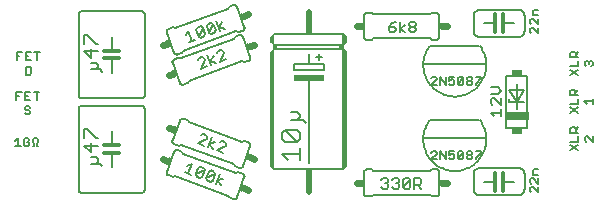
<source format=gto>
G75*
G70*
%OFA0B0*%
%FSLAX24Y24*%
%IPPOS*%
%LPD*%
%AMOC8*
5,1,8,0,0,1.08239X$1,22.5*
%
%ADD10C,0.0050*%
%ADD11C,0.0240*%
%ADD12C,0.0060*%
%ADD13R,0.0100X0.0240*%
%ADD14C,0.0120*%
%ADD15C,0.0200*%
%ADD16R,0.1000X0.0200*%
%ADD17R,0.0200X0.0300*%
%ADD18C,0.0070*%
%ADD19R,0.0787X0.0300*%
%ADD20R,0.0320X0.0220*%
D10*
X003262Y001560D02*
X003337Y001485D01*
X003262Y001560D02*
X003111Y001560D01*
X003186Y001635D01*
X003186Y001710D01*
X003111Y001785D01*
X002961Y001785D01*
X002961Y001945D02*
X002961Y002245D01*
X002736Y002170D02*
X002961Y001945D01*
X003186Y002170D02*
X002736Y002170D01*
X002736Y002405D02*
X002736Y002706D01*
X002811Y002706D01*
X003111Y002405D01*
X003186Y002405D01*
X001201Y002369D02*
X001201Y002279D01*
X001156Y002234D01*
X001156Y002144D01*
X001201Y002144D01*
X001066Y002144D02*
X001066Y002234D01*
X001021Y002279D01*
X001021Y002369D01*
X001066Y002414D01*
X001156Y002414D01*
X001201Y002369D01*
X000906Y002369D02*
X000861Y002414D01*
X000771Y002414D01*
X000726Y002369D01*
X000726Y002189D01*
X000771Y002144D01*
X000861Y002144D01*
X000906Y002189D01*
X000906Y002279D01*
X000816Y002279D01*
X000612Y002144D02*
X000431Y002144D01*
X000521Y002144D02*
X000521Y002414D01*
X000431Y002324D01*
X001021Y002144D02*
X001066Y002144D01*
X002961Y001560D02*
X003111Y001560D01*
X006082Y001280D02*
X006302Y001200D01*
X006192Y001240D02*
X006312Y001570D01*
X006162Y001500D01*
X006528Y001429D02*
X006603Y001464D01*
X006713Y001424D01*
X006748Y001349D01*
X006448Y001209D01*
X006483Y001134D01*
X006593Y001094D01*
X006668Y001129D01*
X006748Y001349D01*
X006874Y001303D02*
X006949Y001338D01*
X007059Y001298D01*
X007094Y001223D01*
X006795Y001083D01*
X006829Y001008D01*
X006939Y000968D01*
X007014Y001003D01*
X007094Y001223D01*
X007241Y001232D02*
X007121Y000902D01*
X007161Y001012D02*
X007365Y001062D01*
X007161Y001012D02*
X007285Y000842D01*
X006795Y001083D02*
X006874Y001303D01*
X006528Y001429D02*
X006448Y001209D01*
X007150Y002014D02*
X007369Y001934D01*
X007150Y002014D02*
X007449Y002153D01*
X007469Y002208D01*
X007434Y002283D01*
X007325Y002323D01*
X007250Y002288D01*
X007106Y002278D02*
X006902Y002229D01*
X007026Y002059D01*
X006862Y002119D02*
X006981Y002448D01*
X006835Y002439D02*
X006800Y002514D01*
X006690Y002554D01*
X006615Y002519D01*
X006835Y002439D02*
X006815Y002384D01*
X006515Y002245D01*
X006735Y002165D01*
X001230Y003957D02*
X001050Y003957D01*
X001140Y003957D02*
X001140Y003687D01*
X000936Y003687D02*
X000756Y003687D01*
X000756Y003957D01*
X000936Y003957D01*
X000641Y003957D02*
X000461Y003957D01*
X000461Y003687D01*
X000461Y003822D02*
X000551Y003822D01*
X000756Y003822D02*
X000846Y003822D01*
X000891Y003477D02*
X000801Y003477D01*
X000756Y003432D01*
X000756Y003387D01*
X000801Y003342D01*
X000891Y003342D01*
X000936Y003297D01*
X000936Y003252D01*
X000891Y003207D01*
X000801Y003207D01*
X000756Y003252D01*
X000936Y003432D02*
X000891Y003477D01*
X000910Y004526D02*
X000775Y004526D01*
X000775Y004796D01*
X000910Y004796D01*
X000955Y004751D01*
X000955Y004571D01*
X000910Y004526D01*
X000955Y005006D02*
X000775Y005006D01*
X000775Y005276D01*
X000955Y005276D01*
X001070Y005276D02*
X001250Y005276D01*
X001160Y005276D02*
X001160Y005006D01*
X000865Y005141D02*
X000775Y005141D01*
X000571Y005141D02*
X000481Y005141D01*
X000481Y005006D02*
X000481Y005276D01*
X000661Y005276D01*
X002736Y005320D02*
X002961Y005095D01*
X002961Y005395D01*
X003186Y005320D02*
X002736Y005320D01*
X002736Y005555D02*
X002736Y005855D01*
X002811Y005855D01*
X003111Y005555D01*
X003186Y005555D01*
X003111Y004934D02*
X002961Y004934D01*
X003111Y004934D02*
X003186Y004859D01*
X003186Y004784D01*
X003111Y004709D01*
X003262Y004709D01*
X003337Y004634D01*
X003111Y004709D02*
X002961Y004709D01*
X006136Y005842D02*
X006206Y005992D01*
X006326Y005663D01*
X006435Y005703D02*
X006216Y005623D01*
X006542Y005804D02*
X006617Y005769D01*
X006726Y005809D01*
X006761Y005883D01*
X006682Y006103D01*
X006542Y005804D01*
X006462Y006023D01*
X006497Y006098D01*
X006607Y006138D01*
X006682Y006103D01*
X006808Y006149D02*
X006843Y006224D01*
X006953Y006264D01*
X007028Y006229D01*
X006888Y005929D01*
X006963Y005895D01*
X007073Y005935D01*
X007107Y006009D01*
X007028Y006229D01*
X007214Y006110D02*
X007339Y006280D01*
X007134Y006330D02*
X007254Y006001D01*
X007214Y006110D02*
X007419Y006061D01*
X006888Y005929D02*
X006808Y006149D01*
X007179Y005317D02*
X007144Y005242D01*
X007179Y005317D02*
X007289Y005357D01*
X007364Y005322D01*
X007384Y005267D01*
X007244Y004968D01*
X007463Y005048D01*
X007120Y004923D02*
X006916Y004973D01*
X007040Y005142D01*
X006836Y005192D02*
X006956Y004863D01*
X006829Y004817D02*
X006610Y004737D01*
X006749Y005036D01*
X006729Y005091D01*
X006654Y005126D01*
X006545Y005086D01*
X006510Y005011D01*
X012876Y006009D02*
X012935Y005950D01*
X013052Y005950D01*
X013110Y006009D01*
X013110Y006067D01*
X013052Y006125D01*
X012876Y006125D01*
X012876Y006009D01*
X012876Y006125D02*
X012993Y006242D01*
X013110Y006300D01*
X013245Y006300D02*
X013245Y005950D01*
X013245Y006067D02*
X013420Y005950D01*
X013552Y006009D02*
X013552Y006067D01*
X013610Y006125D01*
X013727Y006125D01*
X013785Y006067D01*
X013785Y006009D01*
X013727Y005950D01*
X013610Y005950D01*
X013552Y006009D01*
X013420Y006184D02*
X013245Y006067D01*
X013552Y006184D02*
X013610Y006125D01*
X013552Y006184D02*
X013552Y006242D01*
X013610Y006300D01*
X013727Y006300D01*
X013785Y006242D01*
X013785Y006184D01*
X013727Y006125D01*
X014257Y005503D02*
X015906Y005503D01*
X016130Y004903D02*
X015634Y004903D01*
X015529Y004903D01*
X014634Y004903D01*
X014529Y004903D01*
X014033Y004903D01*
X014127Y005291D02*
X014154Y005347D01*
X014185Y005401D01*
X014219Y005453D01*
X014256Y005503D01*
X016131Y004903D02*
X016132Y004839D01*
X016129Y004775D01*
X016122Y004711D01*
X016112Y004648D01*
X016097Y004586D01*
X016079Y004525D01*
X016057Y004464D01*
X016032Y004406D01*
X015957Y004418D02*
X015777Y004237D01*
X015777Y004192D01*
X015662Y004237D02*
X015617Y004192D01*
X015527Y004192D01*
X015482Y004237D01*
X015482Y004282D01*
X015527Y004328D01*
X015617Y004328D01*
X015662Y004282D01*
X015662Y004237D01*
X015617Y004328D02*
X015662Y004373D01*
X015662Y004418D01*
X015617Y004463D01*
X015527Y004463D01*
X015482Y004418D01*
X015482Y004373D01*
X015527Y004328D01*
X015368Y004418D02*
X015368Y004237D01*
X015322Y004192D01*
X015232Y004192D01*
X015187Y004237D01*
X015368Y004418D01*
X015322Y004463D01*
X015232Y004463D01*
X015187Y004418D01*
X015187Y004237D01*
X015073Y004237D02*
X015028Y004192D01*
X014938Y004192D01*
X014893Y004237D01*
X014893Y004328D02*
X014983Y004373D01*
X015028Y004373D01*
X015073Y004328D01*
X015073Y004237D01*
X014893Y004328D02*
X014893Y004463D01*
X015073Y004463D01*
X014778Y004463D02*
X014778Y004192D01*
X014598Y004463D01*
X014598Y004192D01*
X014484Y004192D02*
X014303Y004192D01*
X014484Y004373D01*
X014484Y004418D01*
X014439Y004463D01*
X014348Y004463D01*
X014303Y004418D01*
X016131Y004903D02*
X016126Y004962D01*
X016119Y005020D01*
X016108Y005078D01*
X016093Y005135D01*
X016076Y005191D01*
X016056Y005246D01*
X016032Y005300D01*
X016005Y005354D01*
X015975Y005405D01*
X015942Y005455D01*
X015907Y005503D01*
X017588Y005967D02*
X017588Y006057D01*
X017633Y006102D01*
X017678Y006102D01*
X017859Y005922D01*
X017859Y006102D01*
X017859Y006217D02*
X017678Y006397D01*
X017633Y006397D01*
X017588Y006352D01*
X017588Y006262D01*
X017633Y006217D01*
X017859Y006217D02*
X017859Y006397D01*
X017859Y006512D02*
X017678Y006512D01*
X017678Y006647D01*
X017723Y006692D01*
X017859Y006692D01*
X017588Y005967D02*
X017633Y005922D01*
X018932Y005240D02*
X018977Y005285D01*
X019067Y005285D01*
X019112Y005240D01*
X019112Y005105D01*
X019112Y005195D02*
X019203Y005285D01*
X018932Y005240D02*
X018932Y005105D01*
X019203Y005105D01*
X019203Y004991D02*
X019203Y004811D01*
X018932Y004811D01*
X018932Y004696D02*
X019203Y004516D01*
X019203Y004696D02*
X018932Y004516D01*
X019412Y004856D02*
X019412Y004946D01*
X019457Y004991D01*
X019502Y004991D01*
X019547Y004946D01*
X019592Y004991D01*
X019638Y004991D01*
X019683Y004946D01*
X019683Y004856D01*
X019638Y004811D01*
X019547Y004901D02*
X019547Y004946D01*
X019457Y004811D02*
X019412Y004856D01*
X019195Y004028D02*
X019105Y003937D01*
X019105Y003982D02*
X019105Y003847D01*
X019195Y003847D02*
X018925Y003847D01*
X018925Y003982D01*
X018970Y004028D01*
X019060Y004028D01*
X019105Y003982D01*
X019195Y003733D02*
X019195Y003553D01*
X018925Y003553D01*
X018925Y003438D02*
X019195Y003258D01*
X019195Y003438D02*
X018925Y003258D01*
X019405Y003643D02*
X019495Y003553D01*
X019405Y003643D02*
X019675Y003643D01*
X019675Y003553D02*
X019675Y003733D01*
X019203Y002776D02*
X019112Y002686D01*
X019112Y002731D02*
X019112Y002595D01*
X019203Y002595D02*
X018932Y002595D01*
X018932Y002731D01*
X018977Y002776D01*
X019067Y002776D01*
X019112Y002731D01*
X019203Y002481D02*
X019203Y002301D01*
X018932Y002301D01*
X018932Y002186D02*
X019203Y002006D01*
X019203Y002186D02*
X018932Y002006D01*
X019412Y002346D02*
X019457Y002301D01*
X019412Y002346D02*
X019412Y002436D01*
X019457Y002481D01*
X019502Y002481D01*
X019683Y002301D01*
X019683Y002481D01*
X017859Y001377D02*
X017723Y001377D01*
X017678Y001332D01*
X017678Y001197D01*
X017859Y001197D01*
X017859Y001082D02*
X017859Y000902D01*
X017678Y001082D01*
X017633Y001082D01*
X017588Y001037D01*
X017588Y000947D01*
X017633Y000902D01*
X017633Y000788D02*
X017588Y000742D01*
X017588Y000652D01*
X017633Y000607D01*
X017633Y000788D02*
X017678Y000788D01*
X017859Y000607D01*
X017859Y000788D01*
X015777Y001712D02*
X015777Y001757D01*
X015957Y001937D01*
X015957Y001982D01*
X015777Y001982D01*
X015662Y001937D02*
X015662Y001892D01*
X015617Y001847D01*
X015527Y001847D01*
X015482Y001892D01*
X015482Y001937D01*
X015527Y001982D01*
X015617Y001982D01*
X015662Y001937D01*
X015617Y001847D02*
X015662Y001802D01*
X015662Y001757D01*
X015617Y001712D01*
X015527Y001712D01*
X015482Y001757D01*
X015482Y001802D01*
X015527Y001847D01*
X015368Y001757D02*
X015322Y001712D01*
X015232Y001712D01*
X015187Y001757D01*
X015368Y001937D01*
X015368Y001757D01*
X015187Y001757D02*
X015187Y001937D01*
X015232Y001982D01*
X015322Y001982D01*
X015368Y001937D01*
X015073Y001982D02*
X014893Y001982D01*
X014893Y001847D01*
X014983Y001892D01*
X015028Y001892D01*
X015073Y001847D01*
X015073Y001757D01*
X015028Y001712D01*
X014938Y001712D01*
X014893Y001757D01*
X014778Y001712D02*
X014778Y001982D01*
X014598Y001982D02*
X014778Y001712D01*
X014598Y001712D02*
X014598Y001982D01*
X014484Y001937D02*
X014439Y001982D01*
X014348Y001982D01*
X014303Y001937D01*
X014484Y001937D02*
X014484Y001892D01*
X014303Y001712D01*
X014484Y001712D01*
X013912Y001083D02*
X013737Y001083D01*
X013737Y000733D01*
X013737Y000850D02*
X013912Y000850D01*
X013970Y000908D01*
X013970Y001025D01*
X013912Y001083D01*
X013602Y001025D02*
X013368Y000791D01*
X013427Y000733D01*
X013544Y000733D01*
X013602Y000791D01*
X013602Y001025D01*
X013544Y001083D01*
X013427Y001083D01*
X013368Y001025D01*
X013368Y000791D01*
X013234Y000791D02*
X013175Y000733D01*
X013058Y000733D01*
X013000Y000791D01*
X012865Y000791D02*
X012807Y000733D01*
X012690Y000733D01*
X012632Y000791D01*
X012807Y000908D02*
X012865Y000850D01*
X012865Y000791D01*
X012807Y000908D02*
X012749Y000908D01*
X012807Y000908D02*
X012865Y000967D01*
X012865Y001025D01*
X012807Y001083D01*
X012690Y001083D01*
X012632Y001025D01*
X013000Y001025D02*
X013058Y001083D01*
X013175Y001083D01*
X013234Y001025D01*
X013234Y000967D01*
X013175Y000908D01*
X013234Y000850D01*
X013234Y000791D01*
X013175Y000908D02*
X013117Y000908D01*
X013853Y000850D02*
X013970Y000733D01*
X014127Y002811D02*
X014154Y002867D01*
X014185Y002921D01*
X014219Y002973D01*
X014256Y003023D01*
X014257Y003023D02*
X015906Y003023D01*
X016280Y003265D02*
X016397Y003148D01*
X016631Y003148D02*
X016631Y003381D01*
X016631Y003265D02*
X016280Y003265D01*
X016339Y003516D02*
X016280Y003575D01*
X016280Y003691D01*
X016339Y003750D01*
X016397Y003750D01*
X016631Y003516D01*
X016631Y003750D01*
X016514Y003885D02*
X016280Y003885D01*
X016514Y003885D02*
X016631Y004001D01*
X016514Y004118D01*
X016280Y004118D01*
X015957Y004418D02*
X015957Y004463D01*
X015777Y004463D01*
X014033Y004903D02*
X014038Y004962D01*
X014045Y005020D01*
X014056Y005078D01*
X014071Y005135D01*
X014088Y005191D01*
X014108Y005246D01*
X014132Y005300D01*
X014033Y004903D02*
X014032Y004839D01*
X014035Y004775D01*
X014042Y004711D01*
X014052Y004648D01*
X014067Y004586D01*
X014085Y004525D01*
X014107Y004464D01*
X014132Y004406D01*
X014161Y004349D01*
X014194Y004293D01*
X014229Y004240D01*
X014269Y004189D01*
X014311Y004141D01*
X014356Y004095D01*
X014403Y004052D01*
X014453Y004012D01*
X014506Y003975D01*
X014561Y003942D01*
X014617Y003911D01*
X014676Y003885D01*
X014736Y003862D01*
X014797Y003842D01*
X014859Y003827D01*
X014922Y003815D01*
X014986Y003807D01*
X015050Y003803D01*
X015114Y003803D01*
X015178Y003807D01*
X015242Y003815D01*
X015305Y003827D01*
X015367Y003842D01*
X015428Y003862D01*
X015488Y003885D01*
X015547Y003911D01*
X015603Y003942D01*
X015658Y003975D01*
X015711Y004012D01*
X015761Y004052D01*
X015808Y004095D01*
X015853Y004141D01*
X015895Y004189D01*
X015935Y004240D01*
X015970Y004293D01*
X016003Y004349D01*
X016032Y004406D01*
X016130Y002423D02*
X015634Y002423D01*
X015529Y002423D01*
X014634Y002423D01*
X014529Y002423D01*
X014033Y002423D01*
X016032Y001926D02*
X016057Y001984D01*
X016079Y002045D01*
X016097Y002106D01*
X016112Y002168D01*
X016122Y002231D01*
X016129Y002295D01*
X016132Y002359D01*
X016131Y002423D01*
X016032Y002820D02*
X016005Y002874D01*
X015975Y002925D01*
X015942Y002975D01*
X015907Y003023D01*
X014033Y002423D02*
X014032Y002359D01*
X014035Y002295D01*
X014042Y002231D01*
X014052Y002168D01*
X014067Y002106D01*
X014085Y002045D01*
X014107Y001984D01*
X014132Y001926D01*
X016131Y002423D02*
X016126Y002482D01*
X016119Y002540D01*
X016108Y002598D01*
X016093Y002655D01*
X016076Y002711D01*
X016056Y002766D01*
X016032Y002820D01*
X016032Y001926D02*
X016003Y001869D01*
X015970Y001813D01*
X015935Y001760D01*
X015895Y001709D01*
X015853Y001661D01*
X015808Y001615D01*
X015761Y001572D01*
X015711Y001532D01*
X015658Y001495D01*
X015603Y001462D01*
X015547Y001431D01*
X015488Y001405D01*
X015428Y001382D01*
X015367Y001362D01*
X015305Y001347D01*
X015242Y001335D01*
X015178Y001327D01*
X015114Y001323D01*
X015050Y001323D01*
X014986Y001327D01*
X014922Y001335D01*
X014859Y001347D01*
X014797Y001362D01*
X014736Y001382D01*
X014676Y001405D01*
X014617Y001431D01*
X014561Y001462D01*
X014506Y001495D01*
X014453Y001532D01*
X014403Y001572D01*
X014356Y001615D01*
X014311Y001661D01*
X014269Y001709D01*
X014229Y001760D01*
X014194Y001813D01*
X014161Y001869D01*
X014132Y001926D01*
X014033Y002423D02*
X014038Y002482D01*
X014045Y002540D01*
X014056Y002598D01*
X014071Y002655D01*
X014088Y002711D01*
X014108Y002766D01*
X014132Y002820D01*
D11*
X014660Y000928D02*
X014810Y000928D01*
X011960Y000928D02*
X011810Y000928D01*
X008381Y001734D02*
X008240Y001785D01*
X005703Y002709D02*
X005562Y002760D01*
X005365Y001717D02*
X005506Y001665D01*
X008043Y000742D02*
X008184Y000691D01*
X005703Y004561D02*
X005562Y004509D01*
X005365Y005513D02*
X005506Y005565D01*
X008043Y006488D02*
X008184Y006539D01*
X008381Y005536D02*
X008240Y005484D01*
X011810Y006145D02*
X011960Y006145D01*
X014660Y006145D02*
X014810Y006145D01*
D12*
X002545Y003400D02*
X002545Y000700D01*
X002547Y000683D01*
X002551Y000666D01*
X002558Y000650D01*
X002568Y000636D01*
X002581Y000623D01*
X002595Y000613D01*
X002611Y000606D01*
X002628Y000602D01*
X002645Y000600D01*
X004645Y000600D01*
X004662Y000602D01*
X004679Y000606D01*
X004695Y000613D01*
X004709Y000623D01*
X004722Y000636D01*
X004732Y000650D01*
X004739Y000666D01*
X004743Y000683D01*
X004745Y000700D01*
X004745Y003400D01*
X004743Y003417D01*
X004739Y003434D01*
X004732Y003450D01*
X004722Y003464D01*
X004709Y003477D01*
X004695Y003487D01*
X004679Y003494D01*
X004662Y003498D01*
X004645Y003500D01*
X002645Y003500D01*
X002628Y003498D01*
X002611Y003494D01*
X002595Y003487D01*
X002581Y003477D01*
X002568Y003464D01*
X002558Y003450D01*
X002551Y003434D01*
X002547Y003417D01*
X002545Y003400D01*
X002645Y003750D02*
X004645Y003750D01*
X004662Y003752D01*
X004679Y003756D01*
X004695Y003763D01*
X004709Y003773D01*
X004722Y003786D01*
X004732Y003800D01*
X004739Y003816D01*
X004743Y003833D01*
X004745Y003850D01*
X004745Y006550D01*
X004743Y006567D01*
X004739Y006584D01*
X004732Y006600D01*
X004722Y006614D01*
X004709Y006627D01*
X004695Y006637D01*
X004679Y006644D01*
X004662Y006648D01*
X004645Y006650D01*
X002645Y006650D01*
X002628Y006648D01*
X002611Y006644D01*
X002595Y006637D01*
X002581Y006627D01*
X002568Y006614D01*
X002558Y006600D01*
X002551Y006584D01*
X002547Y006567D01*
X002545Y006550D01*
X002545Y003850D01*
X002547Y003833D01*
X002551Y003816D01*
X002558Y003800D01*
X002568Y003786D01*
X002581Y003773D01*
X002595Y003763D01*
X002611Y003756D01*
X002628Y003752D01*
X002645Y003750D01*
X003645Y004600D02*
X003645Y005080D01*
X003645Y005330D02*
X003645Y005800D01*
X005480Y005928D02*
X005720Y005270D01*
X005727Y005254D01*
X005737Y005240D01*
X005750Y005227D01*
X005764Y005217D01*
X005780Y005210D01*
X005797Y005206D01*
X005814Y005204D01*
X005831Y005206D01*
X005848Y005210D01*
X005989Y005262D01*
X006019Y005326D01*
X007804Y005975D01*
X007868Y005946D01*
X008009Y005997D01*
X008025Y006004D01*
X008039Y006014D01*
X008052Y006027D01*
X008062Y006041D01*
X008069Y006057D01*
X008073Y006074D01*
X008075Y006091D01*
X008073Y006108D01*
X008069Y006125D01*
X007829Y006783D01*
X007820Y006801D01*
X007809Y006817D01*
X007794Y006830D01*
X007777Y006840D01*
X007759Y006846D01*
X007739Y006849D01*
X007720Y006848D01*
X007701Y006843D01*
X007560Y006791D01*
X007530Y006727D01*
X005745Y006077D01*
X005681Y006107D01*
X005540Y006056D01*
X005524Y006049D01*
X005510Y006039D01*
X005497Y006026D01*
X005487Y006012D01*
X005480Y005996D01*
X005476Y005979D01*
X005474Y005962D01*
X005476Y005945D01*
X005480Y005928D01*
X005737Y005052D02*
X005878Y005103D01*
X005942Y005073D01*
X007727Y005723D01*
X007757Y005787D01*
X007898Y005839D01*
X007917Y005844D01*
X007936Y005845D01*
X007956Y005842D01*
X007974Y005836D01*
X007991Y005826D01*
X008006Y005813D01*
X008017Y005797D01*
X008026Y005779D01*
X008266Y005121D01*
X008270Y005104D01*
X008272Y005087D01*
X008270Y005070D01*
X008266Y005053D01*
X008259Y005037D01*
X008249Y005023D01*
X008236Y005010D01*
X008222Y005000D01*
X008206Y004993D01*
X008065Y004942D01*
X008001Y004972D01*
X006215Y004322D01*
X006186Y004258D01*
X006045Y004206D01*
X006044Y004206D02*
X006027Y004202D01*
X006010Y004200D01*
X005993Y004202D01*
X005976Y004206D01*
X005960Y004213D01*
X005946Y004223D01*
X005933Y004236D01*
X005923Y004250D01*
X005916Y004266D01*
X005677Y004924D01*
X005673Y004941D01*
X005671Y004958D01*
X005673Y004975D01*
X005677Y004992D01*
X005684Y005008D01*
X005694Y005022D01*
X005707Y005035D01*
X005721Y005045D01*
X005737Y005052D01*
X008969Y005275D02*
X008989Y005275D01*
X008989Y001475D01*
X008969Y001475D02*
X009019Y001425D01*
X009019Y005325D01*
X008969Y005275D01*
X008969Y001475D01*
X009019Y001425D02*
X009069Y001375D01*
X011369Y001375D01*
X011369Y005375D01*
X011369Y005525D01*
X011269Y005525D01*
X009119Y005525D01*
X009119Y005375D01*
X009089Y005375D01*
X009069Y005375D01*
X009019Y005325D01*
X009069Y005375D02*
X009069Y005525D01*
X009089Y005525D01*
X009089Y005375D01*
X009119Y005375D02*
X011269Y005375D01*
X011269Y005525D01*
X011369Y005525D02*
X011369Y005875D01*
X011469Y005775D01*
X011469Y005625D01*
X011369Y005525D01*
X011369Y005375D02*
X011269Y005375D01*
X011369Y005375D02*
X011469Y005275D01*
X011469Y001475D01*
X011369Y001375D01*
X012060Y001278D02*
X012060Y000578D01*
X012062Y000561D01*
X012066Y000544D01*
X012073Y000528D01*
X012083Y000514D01*
X012096Y000501D01*
X012110Y000491D01*
X012126Y000484D01*
X012143Y000480D01*
X012160Y000478D01*
X012310Y000478D01*
X012360Y000528D01*
X014260Y000528D01*
X014310Y000478D01*
X014460Y000478D01*
X014477Y000480D01*
X014494Y000484D01*
X014510Y000491D01*
X014524Y000501D01*
X014537Y000514D01*
X014547Y000528D01*
X014554Y000544D01*
X014558Y000561D01*
X014560Y000578D01*
X014560Y001278D01*
X014558Y001295D01*
X014554Y001312D01*
X014547Y001328D01*
X014537Y001342D01*
X014524Y001355D01*
X014510Y001365D01*
X014494Y001372D01*
X014477Y001376D01*
X014460Y001378D01*
X014310Y001378D01*
X014260Y001328D01*
X012360Y001328D01*
X012310Y001378D01*
X012160Y001378D01*
X012143Y001376D01*
X012126Y001372D01*
X012110Y001365D01*
X012096Y001355D01*
X012083Y001342D01*
X012073Y001328D01*
X012066Y001312D01*
X012062Y001295D01*
X012060Y001278D01*
X010219Y001575D02*
X010219Y004375D01*
X009719Y004675D02*
X010719Y004675D01*
X010719Y004875D01*
X010219Y004875D01*
X009719Y004875D01*
X009719Y004675D01*
X010219Y004875D02*
X010219Y005225D01*
X010469Y005125D02*
X010669Y005125D01*
X010569Y005225D02*
X010569Y005025D01*
X009119Y005525D02*
X009089Y005525D01*
X009069Y005525D02*
X009019Y005575D01*
X009019Y005825D01*
X008969Y005775D01*
X008989Y005775D01*
X008989Y005625D01*
X008969Y005625D02*
X008969Y005775D01*
X009019Y005825D02*
X009069Y005875D01*
X011369Y005875D01*
X012060Y005795D02*
X012060Y006495D01*
X012062Y006512D01*
X012066Y006529D01*
X012073Y006545D01*
X012083Y006559D01*
X012096Y006572D01*
X012110Y006582D01*
X012126Y006589D01*
X012143Y006593D01*
X012160Y006595D01*
X012310Y006595D01*
X012360Y006545D01*
X014260Y006545D01*
X014310Y006595D01*
X014460Y006595D01*
X014477Y006593D01*
X014494Y006589D01*
X014510Y006582D01*
X014524Y006572D01*
X014537Y006559D01*
X014547Y006545D01*
X014554Y006529D01*
X014558Y006512D01*
X014560Y006495D01*
X014560Y005795D01*
X014558Y005778D01*
X014554Y005761D01*
X014547Y005745D01*
X014537Y005731D01*
X014524Y005718D01*
X014510Y005708D01*
X014494Y005701D01*
X014477Y005697D01*
X014460Y005695D01*
X014310Y005695D01*
X014260Y005745D01*
X012360Y005745D01*
X012310Y005695D01*
X012160Y005695D01*
X012143Y005697D01*
X012126Y005701D01*
X012110Y005708D01*
X012096Y005718D01*
X012083Y005731D01*
X012073Y005745D01*
X012066Y005761D01*
X012062Y005778D01*
X012060Y005795D01*
X009019Y005575D02*
X008969Y005625D01*
X015708Y005993D02*
X015708Y006493D01*
X015710Y006519D01*
X015715Y006545D01*
X015723Y006570D01*
X015735Y006593D01*
X015749Y006615D01*
X015767Y006634D01*
X015786Y006652D01*
X015808Y006666D01*
X015831Y006678D01*
X015856Y006686D01*
X015882Y006691D01*
X015908Y006693D01*
X017208Y006693D01*
X017234Y006691D01*
X017260Y006686D01*
X017285Y006678D01*
X017308Y006666D01*
X017330Y006652D01*
X017349Y006634D01*
X017367Y006615D01*
X017381Y006593D01*
X017393Y006570D01*
X017401Y006545D01*
X017406Y006519D01*
X017408Y006493D01*
X017408Y005993D01*
X017406Y005967D01*
X017401Y005941D01*
X017393Y005916D01*
X017381Y005893D01*
X017367Y005871D01*
X017349Y005852D01*
X017330Y005834D01*
X017308Y005820D01*
X017285Y005808D01*
X017260Y005800D01*
X017234Y005795D01*
X017208Y005793D01*
X015908Y005793D01*
X015882Y005795D01*
X015856Y005800D01*
X015831Y005808D01*
X015808Y005820D01*
X015786Y005834D01*
X015767Y005852D01*
X015749Y005871D01*
X015735Y005893D01*
X015723Y005916D01*
X015715Y005941D01*
X015710Y005967D01*
X015708Y005993D01*
X016058Y006243D02*
X016438Y006243D01*
X016688Y006243D02*
X017058Y006243D01*
X016799Y004481D02*
X017499Y004481D01*
X017499Y002769D01*
X016799Y002769D01*
X016799Y004481D01*
X017149Y004225D02*
X017149Y003625D01*
X016899Y003625D01*
X016899Y003725D01*
X017149Y003625D02*
X017399Y003625D01*
X017149Y003625D02*
X016899Y004025D01*
X017399Y004025D01*
X017149Y003625D01*
X017149Y003375D01*
X017208Y001417D02*
X015908Y001417D01*
X015882Y001415D01*
X015856Y001410D01*
X015831Y001402D01*
X015808Y001390D01*
X015786Y001376D01*
X015767Y001358D01*
X015749Y001339D01*
X015735Y001317D01*
X015723Y001294D01*
X015715Y001269D01*
X015710Y001243D01*
X015708Y001217D01*
X015708Y000717D01*
X015710Y000691D01*
X015715Y000665D01*
X015723Y000640D01*
X015735Y000617D01*
X015749Y000595D01*
X015767Y000576D01*
X015786Y000558D01*
X015808Y000544D01*
X015831Y000532D01*
X015856Y000524D01*
X015882Y000519D01*
X015908Y000517D01*
X017208Y000517D01*
X017234Y000519D01*
X017260Y000524D01*
X017285Y000532D01*
X017308Y000544D01*
X017330Y000558D01*
X017349Y000576D01*
X017367Y000595D01*
X017381Y000617D01*
X017393Y000640D01*
X017401Y000665D01*
X017406Y000691D01*
X017408Y000717D01*
X017408Y001217D01*
X017406Y001243D01*
X017401Y001269D01*
X017393Y001294D01*
X017381Y001317D01*
X017367Y001339D01*
X017349Y001358D01*
X017330Y001376D01*
X017308Y001390D01*
X017285Y001402D01*
X017260Y001410D01*
X017234Y001415D01*
X017208Y001417D01*
X017058Y000967D02*
X016688Y000967D01*
X016438Y000967D02*
X016058Y000967D01*
X008266Y002148D02*
X008026Y001491D01*
X008019Y001475D01*
X008009Y001461D01*
X007996Y001448D01*
X007982Y001438D01*
X007966Y001431D01*
X007949Y001427D01*
X007932Y001425D01*
X007915Y001427D01*
X007898Y001431D01*
X007757Y001482D01*
X007727Y001546D01*
X005942Y002196D01*
X005878Y002166D01*
X005737Y002217D01*
X005721Y002224D01*
X005707Y002234D01*
X005694Y002247D01*
X005684Y002261D01*
X005677Y002277D01*
X005673Y002294D01*
X005671Y002311D01*
X005673Y002328D01*
X005677Y002345D01*
X005677Y002346D02*
X005916Y003003D01*
X005923Y003019D01*
X005933Y003033D01*
X005946Y003046D01*
X005960Y003056D01*
X005976Y003063D01*
X005993Y003067D01*
X006010Y003069D01*
X006027Y003067D01*
X006044Y003063D01*
X006045Y003063D02*
X006186Y003012D01*
X006215Y002948D01*
X008001Y002298D01*
X008065Y002328D01*
X008206Y002276D01*
X008222Y002269D01*
X008236Y002259D01*
X008249Y002246D01*
X008259Y002232D01*
X008266Y002216D01*
X008270Y002199D01*
X008272Y002182D01*
X008270Y002165D01*
X008266Y002148D01*
X007804Y001255D02*
X006019Y001904D01*
X005989Y001969D01*
X005848Y002020D01*
X005831Y002024D01*
X005814Y002026D01*
X005797Y002024D01*
X005780Y002020D01*
X005764Y002013D01*
X005750Y002003D01*
X005737Y001990D01*
X005727Y001976D01*
X005720Y001960D01*
X005480Y001302D01*
X005476Y001285D01*
X005474Y001268D01*
X005476Y001251D01*
X005480Y001234D01*
X005487Y001218D01*
X005497Y001204D01*
X005510Y001191D01*
X005524Y001181D01*
X005540Y001174D01*
X005681Y001123D01*
X005745Y001153D01*
X007530Y000503D01*
X007560Y000439D01*
X007701Y000387D01*
X007718Y000383D01*
X007735Y000381D01*
X007752Y000383D01*
X007769Y000387D01*
X007785Y000394D01*
X007799Y000404D01*
X007812Y000417D01*
X007822Y000431D01*
X007829Y000447D01*
X008069Y001105D01*
X008073Y001122D01*
X008075Y001139D01*
X008073Y001156D01*
X008069Y001173D01*
X008062Y001189D01*
X008052Y001203D01*
X008039Y001216D01*
X008025Y001226D01*
X008009Y001233D01*
X007868Y001284D01*
X007804Y001255D01*
X003645Y001450D02*
X003645Y001930D01*
X003645Y002180D02*
X003645Y002650D01*
D13*
G36*
X005755Y002563D02*
X005662Y002597D01*
X005745Y002821D01*
X005838Y002787D01*
X005755Y002563D01*
G37*
G36*
X008198Y001673D02*
X008105Y001707D01*
X008188Y001931D01*
X008281Y001897D01*
X008198Y001673D01*
G37*
G36*
X008001Y000630D02*
X007908Y000664D01*
X007991Y000888D01*
X008084Y000854D01*
X008001Y000630D01*
G37*
G36*
X005558Y001519D02*
X005465Y001553D01*
X005548Y001777D01*
X005641Y001743D01*
X005558Y001519D01*
G37*
X012010Y000928D03*
X014610Y000928D03*
G36*
X005838Y004483D02*
X005745Y004449D01*
X005662Y004673D01*
X005755Y004707D01*
X005838Y004483D01*
G37*
G36*
X008281Y005372D02*
X008188Y005338D01*
X008105Y005562D01*
X008198Y005596D01*
X008281Y005372D01*
G37*
G36*
X005641Y005487D02*
X005548Y005453D01*
X005465Y005677D01*
X005558Y005711D01*
X005641Y005487D01*
G37*
G36*
X008084Y006376D02*
X007991Y006342D01*
X007908Y006566D01*
X008001Y006600D01*
X008084Y006376D01*
G37*
X012010Y006145D03*
X014610Y006145D03*
D14*
X016438Y005943D02*
X016438Y006543D01*
X016688Y006543D02*
X016688Y005943D01*
X011419Y005775D02*
X011419Y005625D01*
X011319Y005475D02*
X011319Y005425D01*
X011419Y005275D02*
X011419Y001475D01*
X016438Y001267D02*
X016438Y000667D01*
X016688Y000667D02*
X016688Y001267D01*
X003895Y001930D02*
X003645Y001930D01*
X003395Y001930D01*
X003395Y002180D02*
X003645Y002180D01*
X003895Y002180D01*
X003895Y005080D02*
X003645Y005080D01*
X003395Y005080D01*
X003395Y005330D02*
X003645Y005330D01*
X003895Y005330D01*
D15*
X010219Y006175D02*
X010219Y006625D01*
X010219Y001075D02*
X010219Y000625D01*
D16*
X010219Y004425D03*
D17*
X010219Y006025D03*
X010219Y001225D03*
D18*
X009918Y001693D02*
X009918Y002087D01*
X009918Y001890D02*
X009327Y001890D01*
X009524Y001693D01*
X009425Y002301D02*
X009327Y002399D01*
X009327Y002596D01*
X009425Y002694D01*
X009819Y002301D01*
X009918Y002399D01*
X009918Y002596D01*
X009819Y002694D01*
X009425Y002694D01*
X010016Y003007D02*
X010114Y002908D01*
X010016Y003007D02*
X009819Y003007D01*
X009918Y003105D01*
X009918Y003204D01*
X009819Y003302D01*
X009622Y003302D01*
X009622Y003007D02*
X009819Y003007D01*
X009819Y002301D02*
X009425Y002301D01*
D19*
X017149Y003169D03*
D20*
X017149Y002659D03*
X017149Y004591D03*
M02*

</source>
